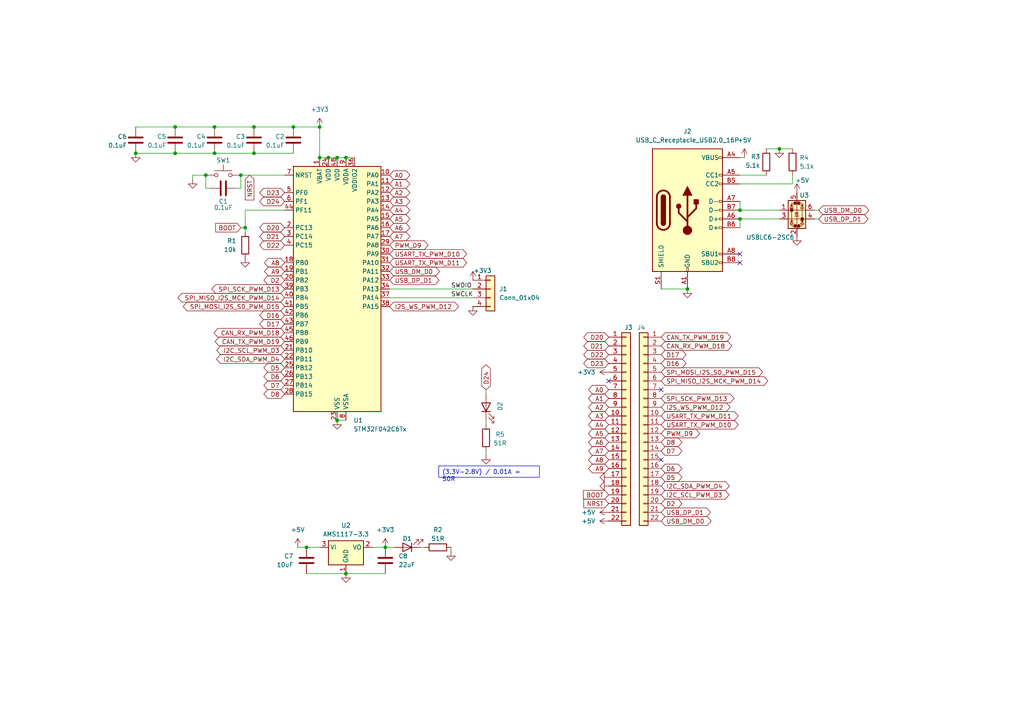
<source format=kicad_sch>
(kicad_sch (version 20231120) (generator "eeschema") (generator_version "8.0")
  (paper "A4")
  (title_block (title "Hackpill") (date "2024-08-14") (rev "1.0.0"))
  (lib_symbols
    (symbol "Connector:USB_C_Receptacle_USB2.0_16P" (pin_names (offset 1.016))
      (property "Reference" "J" (at 0 22.225 0))
      (property "Value" "USB_C_Receptacle_USB2.0_16P" (at 0 19.685 0))
      (symbol "USB_C_Receptacle_USB2.0_16P_0_0"
        (rectangle (start -0.254 -17.78) (end 0.254 -16.764))
        (rectangle (start 10.16 -14.986) (end 9.144 -15.494))
        (rectangle (start 10.16 -12.446) (end 9.144 -12.954))
        (rectangle (start 10.16 -4.826) (end 9.144 -5.334))
        (rectangle (start 10.16 -2.286) (end 9.144 -2.794))
        (rectangle (start 10.16 0.254) (end 9.144 -0.254))
        (rectangle (start 10.16 2.794) (end 9.144 2.286))
        (rectangle (start 10.16 7.874) (end 9.144 7.366))
        (rectangle (start 10.16 10.414) (end 9.144 9.906))
        (rectangle (start 10.16 15.494) (end 9.144 14.986))
      )
      (symbol "USB_C_Receptacle_USB2.0_16P_0_1"
        (rectangle (start -10.16 17.78) (end 10.16 -17.78) (stroke (width 0.254)) (fill (type background)))
        (arc (start -8.89 -3.81) (mid -6.985 -5.7067) (end -5.08 -3.81) (stroke (width 0.508)))
        (arc (start -7.62 -3.81) (mid -6.985 -4.4423) (end -6.35 -3.81) (stroke (width 0.254)))
        (arc (start -7.62 -3.81) (mid -6.985 -4.4423) (end -6.35 -3.81) (stroke (width 0.254)) (fill (type outline)))
        (rectangle (start -7.62 -3.81) (end -6.35 3.81) (stroke (width 0.254)) (fill (type outline)))
        (arc (start -6.35 3.81) (mid -6.985 4.4423) (end -7.62 3.81) (stroke (width 0.254)))
        (arc (start -6.35 3.81) (mid -6.985 4.4423) (end -7.62 3.81) (stroke (width 0.254)) (fill (type outline)))
        (arc (start -5.08 3.81) (mid -6.985 5.7067) (end -8.89 3.81) (stroke (width 0.508)))
        (circle (center -2.54 1.143) (radius 0.635) (stroke (width 0.254)) (fill (type outline)))
        (circle (center 0 -5.842) (radius 1.27) (fill (type outline)))
        (polyline (pts (xy -8.89 -3.81) (xy -8.89 3.81)) (stroke (width 0.508)))
        (polyline (pts (xy -5.08 3.81) (xy -5.08 -3.81)) (stroke (width 0.508)))
        (polyline (pts (xy 0 -5.842) (xy 0 4.318)) (stroke (width 0.508)))
        (polyline (pts (xy 0 -3.302) (xy -2.54 -0.762) (xy -2.54 0.508)) (stroke (width 0.508)))
        (polyline (pts (xy 0 -2.032) (xy 2.54 0.508) (xy 2.54 1.778)) (stroke (width 0.508)))
        (polyline (pts (xy -1.27 4.318) (xy 0 6.858) (xy 1.27 4.318) (xy -1.27 4.318)) (stroke (width 0.254)) (fill (type outline)))
        (rectangle (start 1.905 1.778) (end 3.175 3.048) (stroke (width 0.254)) (fill (type outline)))
      )
      (symbol "USB_C_Receptacle_USB2.0_16P_1_1"
        (pin passive line (at 0 -22.86 90) (length 5.08) (name "GND") (number "A1"))
        (pin passive line (at 0 -22.86 90) (length 5.08) hide (name "GND") (number "A12"))
        (pin passive line (at 15.24 15.24 180) (length 5.08) (name "VBUS") (number "A4"))
        (pin bidirectional line (at 15.24 10.16 180) (length 5.08) (name "CC1") (number "A5"))
        (pin bidirectional line (at 15.24 -2.54 180) (length 5.08) (name "D+") (number "A6"))
        (pin bidirectional line (at 15.24 2.54 180) (length 5.08) (name "D-") (number "A7"))
        (pin bidirectional line (at 15.24 -12.7 180) (length 5.08) (name "SBU1") (number "A8"))
        (pin passive line (at 15.24 15.24 180) (length 5.08) hide (name "VBUS") (number "A9"))
        (pin passive line (at 0 -22.86 90) (length 5.08) hide (name "GND") (number "B1"))
        (pin passive line (at 0 -22.86 90) (length 5.08) hide (name "GND") (number "B12"))
        (pin passive line (at 15.24 15.24 180) (length 5.08) hide (name "VBUS") (number "B4"))
        (pin bidirectional line (at 15.24 7.62 180) (length 5.08) (name "CC2") (number "B5"))
        (pin bidirectional line (at 15.24 -5.08 180) (length 5.08) (name "D+") (number "B6"))
        (pin bidirectional line (at 15.24 0 180) (length 5.08) (name "D-") (number "B7"))
        (pin bidirectional line (at 15.24 -15.24 180) (length 5.08) (name "SBU2") (number "B8"))
        (pin passive line (at 15.24 15.24 180) (length 5.08) hide (name "VBUS") (number "B9"))
        (pin passive line (at -7.62 -22.86 90) (length 5.08) (name "SHIELD") (number "S1"))
      )
    )
    (symbol "Connector_Generic:Conn_01x04" (pin_names (offset 1.016) hide)
      (property "Reference" "J" (at 0 5.08 0))
      (property "Value" "Conn_01x04" (at 0 -7.62 0))
      (symbol "Conn_01x04_1_1"
        (rectangle (start -1.27 -4.953) (end 0 -5.207) (stroke (width 0.1524)))
        (rectangle (start -1.27 -2.413) (end 0 -2.667) (stroke (width 0.1524)))
        (rectangle (start -1.27 0.127) (end 0 -0.127) (stroke (width 0.1524)))
        (rectangle (start -1.27 2.667) (end 0 2.413) (stroke (width 0.1524)))
        (rectangle (start -1.27 3.81) (end 1.27 -6.35) (stroke (width 0.254)) (fill (type background)))
        (pin passive line (at -5.08 2.54 0) (length 3.81) (name "Pin_1") (number "1"))
        (pin passive line (at -5.08 0 0) (length 3.81) (name "Pin_2") (number "2"))
        (pin passive line (at -5.08 -2.54 0) (length 3.81) (name "Pin_3") (number "3"))
        (pin passive line (at -5.08 -5.08 0) (length 3.81) (name "Pin_4") (number "4"))
      )
    )
    (symbol "Connector_Generic:Conn_01x22" (pin_names (offset 1.016) hide)
      (property "Reference" "J" (at 0 27.94 0))
      (property "Value" "Conn_01x22" (at 0 -30.48 0))
      (symbol "Conn_01x22_1_1"
        (rectangle (start -1.27 -27.813) (end 0 -28.067) (stroke (width 0.1524)))
        (rectangle (start -1.27 -25.273) (end 0 -25.527) (stroke (width 0.1524)))
        (rectangle (start -1.27 -22.733) (end 0 -22.987) (stroke (width 0.1524)))
        (rectangle (start -1.27 -20.193) (end 0 -20.447) (stroke (width 0.1524)))
        (rectangle (start -1.27 -17.653) (end 0 -17.907) (stroke (width 0.1524)))
        (rectangle (start -1.27 -15.113) (end 0 -15.367) (stroke (width 0.1524)))
        (rectangle (start -1.27 -12.573) (end 0 -12.827) (stroke (width 0.1524)))
        (rectangle (start -1.27 -10.033) (end 0 -10.287) (stroke (width 0.1524)))
        (rectangle (start -1.27 -7.493) (end 0 -7.747) (stroke (width 0.1524)))
        (rectangle (start -1.27 -4.953) (end 0 -5.207) (stroke (width 0.1524)))
        (rectangle (start -1.27 -2.413) (end 0 -2.667) (stroke (width 0.1524)))
        (rectangle (start -1.27 0.127) (end 0 -0.127) (stroke (width 0.1524)))
        (rectangle (start -1.27 2.667) (end 0 2.413) (stroke (width 0.1524)))
        (rectangle (start -1.27 5.207) (end 0 4.953) (stroke (width 0.1524)))
        (rectangle (start -1.27 7.747) (end 0 7.493) (stroke (width 0.1524)))
        (rectangle (start -1.27 10.287) (end 0 10.033) (stroke (width 0.1524)))
        (rectangle (start -1.27 12.827) (end 0 12.573) (stroke (width 0.1524)))
        (rectangle (start -1.27 15.367) (end 0 15.113) (stroke (width 0.1524)))
        (rectangle (start -1.27 17.907) (end 0 17.653) (stroke (width 0.1524)))
        (rectangle (start -1.27 20.447) (end 0 20.193) (stroke (width 0.1524)))
        (rectangle (start -1.27 22.987) (end 0 22.733) (stroke (width 0.1524)))
        (rectangle (start -1.27 25.527) (end 0 25.273) (stroke (width 0.1524)))
        (rectangle (start -1.27 26.67) (end 1.27 -29.21) (stroke (width 0.254)) (fill (type background)))
        (pin passive line (at -5.08 25.4 0) (length 3.81) (name "Pin_1") (number "1"))
        (pin passive line (at -5.08 2.54 0) (length 3.81) (name "Pin_10") (number "10"))
        (pin passive line (at -5.08 0 0) (length 3.81) (name "Pin_11") (number "11"))
        (pin passive line (at -5.08 -2.54 0) (length 3.81) (name "Pin_12") (number "12"))
        (pin passive line (at -5.08 -5.08 0) (length 3.81) (name "Pin_13") (number "13"))
        (pin passive line (at -5.08 -7.62 0) (length 3.81) (name "Pin_14") (number "14"))
        (pin passive line (at -5.08 -10.16 0) (length 3.81) (name "Pin_15") (number "15"))
        (pin passive line (at -5.08 -12.7 0) (length 3.81) (name "Pin_16") (number "16"))
        (pin passive line (at -5.08 -15.24 0) (length 3.81) (name "Pin_17") (number "17"))
        (pin passive line (at -5.08 -17.78 0) (length 3.81) (name "Pin_18") (number "18"))
        (pin passive line (at -5.08 -20.32 0) (length 3.81) (name "Pin_19") (number "19"))
        (pin passive line (at -5.08 22.86 0) (length 3.81) (name "Pin_2") (number "2"))
        (pin passive line (at -5.08 -22.86 0) (length 3.81) (name "Pin_20") (number "20"))
        (pin passive line (at -5.08 -25.4 0) (length 3.81) (name "Pin_21") (number "21"))
        (pin passive line (at -5.08 -27.94 0) (length 3.81) (name "Pin_22") (number "22"))
        (pin passive line (at -5.08 20.32 0) (length 3.81) (name "Pin_3") (number "3"))
        (pin passive line (at -5.08 17.78 0) (length 3.81) (name "Pin_4") (number "4"))
        (pin passive line (at -5.08 15.24 0) (length 3.81) (name "Pin_5") (number "5"))
        (pin passive line (at -5.08 12.7 0) (length 3.81) (name "Pin_6") (number "6"))
        (pin passive line (at -5.08 10.16 0) (length 3.81) (name "Pin_7") (number "7"))
        (pin passive line (at -5.08 7.62 0) (length 3.81) (name "Pin_8") (number "8"))
        (pin passive line (at -5.08 5.08 0) (length 3.81) (name "Pin_9") (number "9"))
      )
    )
    (symbol "Device:C" (pin_numbers hide) (pin_names (offset 0.254))
      (property "Reference" "C" (at 0.635 2.54 0))
      (property "Value" "C" (at 0.635 -2.54 0))
      (symbol "C_0_1"
        (polyline (pts (xy -2.032 -0.762) (xy 2.032 -0.762)) (stroke (width 0.508)))
        (polyline (pts (xy -2.032 0.762) (xy 2.032 0.762)) (stroke (width 0.508)))
      )
      (symbol "C_1_1"
        (pin passive line (at 0 3.81 270) (length 2.794) (name "~") (number "1"))
        (pin passive line (at 0 -3.81 90) (length 2.794) (name "~") (number "2"))
      )
    )
    (symbol "Device:LED" (pin_numbers hide) (pin_names (offset 1.016) hide)
      (property "Reference" "D" (at 0 2.54 0))
      (property "Value" "LED" (at 0 -2.54 0))
      (symbol "LED_0_1"
        (polyline (pts (xy -1.27 -1.27) (xy -1.27 1.27)) (stroke (width 0.254)))
        (polyline (pts (xy -1.27 0) (xy 1.27 0)))
        (polyline (pts (xy 1.27 -1.27) (xy 1.27 1.27) (xy -1.27 0) (xy 1.27 -1.27)) (stroke (width 0.254)))
        (polyline (pts (xy -3.048 -0.762) (xy -4.572 -2.286) (xy -3.81 -2.286) (xy -4.572 -2.286) (xy -4.572 -1.524)))
        (polyline (pts (xy -1.778 -0.762) (xy -3.302 -2.286) (xy -2.54 -2.286) (xy -3.302 -2.286) (xy -3.302 -1.524)))
      )
      (symbol "LED_1_1"
        (pin passive line (at -3.81 0 0) (length 2.54) (name "K") (number "1"))
        (pin passive line (at 3.81 0 180) (length 2.54) (name "A") (number "2"))
      )
    )
    (symbol "Device:R" (pin_numbers hide) (pin_names (offset 0))
      (property "Reference" "R" (at 2.032 0 90))
      (property "Value" "R" (at 0 0 90))
      (symbol "R_0_1"
        (rectangle (start -1.016 -2.54) (end 1.016 2.54) (stroke (width 0.254)))
      )
      (symbol "R_1_1"
        (pin passive line (at 0 3.81 270) (length 1.27) (name "~") (number "1"))
        (pin passive line (at 0 -3.81 90) (length 1.27) (name "~") (number "2"))
      )
    )
    (symbol "MCU_ST_STM32F0:STM32F042C6Tx"
      (property "Reference" "U" (at -12.7 36.83 0))
      (property "Value" "STM32F042C6Tx" (at 7.62 36.83 0))
      (symbol "STM32F042C6Tx_0_1"
        (rectangle (start -12.7 -35.56) (end 12.7 35.56) (stroke (width 0.254)) (fill (type background)))
      )
      (symbol "STM32F042C6Tx_1_1"
        (pin power_in line (at -5.08 38.1 270) (length 2.54) (name "VBAT") (number "1"))
        (pin bidirectional line (at 15.24 33.02 180) (length 2.54) (name "PA0") (number "10"))
        (pin bidirectional line (at 15.24 30.48 180) (length 2.54) (name "PA1") (number "11"))
        (pin bidirectional line (at 15.24 27.94 180) (length 2.54) (name "PA2") (number "12"))
        (pin bidirectional line (at 15.24 25.4 180) (length 2.54) (name "PA3") (number "13"))
        (pin bidirectional line (at 15.24 22.86 180) (length 2.54) (name "PA4") (number "14"))
        (pin bidirectional line (at 15.24 20.32 180) (length 2.54) (name "PA5") (number "15"))
        (pin bidirectional line (at 15.24 17.78 180) (length 2.54) (name "PA6") (number "16"))
        (pin bidirectional line (at 15.24 15.24 180) (length 2.54) (name "PA7") (number "17"))
        (pin bidirectional line (at -15.24 7.62 0) (length 2.54) (name "PB0") (number "18"))
        (pin bidirectional line (at -15.24 5.08 0) (length 2.54) (name "PB1") (number "19"))
        (pin bidirectional line (at -15.24 17.78 0) (length 2.54) (name "PC13") (number "2"))
        (pin bidirectional line (at -15.24 2.54 0) (length 2.54) (name "PB2") (number "20"))
        (pin bidirectional line (at -15.24 -17.78 0) (length 2.54) (name "PB10") (number "21"))
        (pin bidirectional line (at -15.24 -20.32 0) (length 2.54) (name "PB11") (number "22"))
        (pin power_in line (at 0 -38.1 90) (length 2.54) (name "VSS") (number "23"))
        (pin power_in line (at -2.54 38.1 270) (length 2.54) (name "VDD") (number "24"))
        (pin bidirectional line (at -15.24 -22.86 0) (length 2.54) (name "PB12") (number "25"))
        (pin bidirectional line (at -15.24 -25.4 0) (length 2.54) (name "PB13") (number "26"))
        (pin bidirectional line (at -15.24 -27.94 0) (length 2.54) (name "PB14") (number "27"))
        (pin bidirectional line (at -15.24 -30.48 0) (length 2.54) (name "PB15") (number "28"))
        (pin bidirectional line (at 15.24 12.7 180) (length 2.54) (name "PA8") (number "29"))
        (pin bidirectional line (at -15.24 15.24 0) (length 2.54) (name "PC14") (number "3"))
        (pin bidirectional line (at 15.24 10.16 180) (length 2.54) (name "PA9") (number "30"))
        (pin bidirectional line (at 15.24 7.62 180) (length 2.54) (name "PA10") (number "31"))
        (pin bidirectional line (at 15.24 5.08 180) (length 2.54) (name "PA11") (number "32"))
        (pin bidirectional line (at 15.24 2.54 180) (length 2.54) (name "PA12") (number "33"))
        (pin bidirectional line (at 15.24 0 180) (length 2.54) (name "PA13") (number "34"))
        (pin passive line (at 0 -38.1 90) (length 2.54) hide (name "VSS") (number "35"))
        (pin power_in line (at 5.08 38.1 270) (length 2.54) (name "VDDIO2") (number "36"))
        (pin bidirectional line (at 15.24 -2.54 180) (length 2.54) (name "PA14") (number "37"))
        (pin bidirectional line (at 15.24 -5.08 180) (length 2.54) (name "PA15") (number "38"))
        (pin bidirectional line (at -15.24 0 0) (length 2.54) (name "PB3") (number "39"))
        (pin bidirectional line (at -15.24 12.7 0) (length 2.54) (name "PC15") (number "4"))
        (pin bidirectional line (at -15.24 -2.54 0) (length 2.54) (name "PB4") (number "40"))
        (pin bidirectional line (at -15.24 -5.08 0) (length 2.54) (name "PB5") (number "41"))
        (pin bidirectional line (at -15.24 -7.62 0) (length 2.54) (name "PB6") (number "42"))
        (pin bidirectional line (at -15.24 -10.16 0) (length 2.54) (name "PB7") (number "43"))
        (pin bidirectional line (at -15.24 22.86 0) (length 2.54) (name "PF11") (number "44"))
        (pin bidirectional line (at -15.24 -12.7 0) (length 2.54) (name "PB8") (number "45"))
        (pin bidirectional line (at -15.24 -15.24 0) (length 2.54) (name "PB9") (number "46"))
        (pin passive line (at 0 -38.1 90) (length 2.54) hide (name "VSS") (number "47"))
        (pin power_in line (at 0 38.1 270) (length 2.54) (name "VDD") (number "48"))
        (pin bidirectional line (at -15.24 27.94 0) (length 2.54) (name "PF0") (number "5"))
        (pin bidirectional line (at -15.24 25.4 0) (length 2.54) (name "PF1") (number "6"))
        (pin input line (at -15.24 33.02 0) (length 2.54) (name "NRST") (number "7"))
        (pin power_in line (at 2.54 -38.1 90) (length 2.54) (name "VSSA") (number "8"))
        (pin power_in line (at 2.54 38.1 270) (length 2.54) (name "VDDA") (number "9"))
      )
    )
    (symbol "Power_Protection:USBLC6-2SC6" (pin_names hide)
      (property "Reference" "U" (at 0.635 5.715 0))
      (property "Value" "USBLC6-2SC6" (at 0.635 3.81 0))
      (symbol "USBLC6-2SC6_0_0"
        (circle (center -1.524 0) (radius 0.0001) (stroke (width 0.508)))
        (circle (center -0.508 -4.572) (radius 0.0001) (stroke (width 0.508)))
        (circle (center -0.508 2.032) (radius 0.0001) (stroke (width 0.508)))
        (circle (center 0.508 -4.572) (radius 0.0001) (stroke (width 0.508)))
        (circle (center 0.508 2.032) (radius 0.0001) (stroke (width 0.508)))
        (circle (center 1.524 -2.54) (radius 0.0001) (stroke (width 0.508)))
      )
      (symbol "USBLC6-2SC6_0_1"
        (polyline (pts (xy -2.54 -2.54) (xy 2.54 -2.54)))
        (polyline (pts (xy -2.54 0) (xy 2.54 0)))
        (polyline (pts (xy -2.032 -3.048) (xy -1.016 -3.048)))
        (polyline (pts (xy -1.016 1.524) (xy -2.032 1.524)))
        (polyline (pts (xy 1.016 -3.048) (xy 2.032 -3.048)))
        (polyline (pts (xy 1.016 1.524) (xy 2.032 1.524)))
        (polyline (pts (xy -0.508 -1.143) (xy -0.508 -0.762) (xy 0.508 -0.762)))
        (polyline (pts (xy -2.032 0.508) (xy -1.016 0.508) (xy -1.524 1.524) (xy -2.032 0.508)))
        (polyline (pts (xy -1.016 -4.064) (xy -2.032 -4.064) (xy -1.524 -3.048) (xy -1.016 -4.064)))
        (polyline (pts (xy 0.508 -1.778) (xy -0.508 -1.778) (xy 0 -0.762) (xy 0.508 -1.778)))
        (polyline (pts (xy 2.032 -4.064) (xy 1.016 -4.064) (xy 1.524 -3.048) (xy 2.032 -4.064)))
        (polyline (pts (xy 2.032 0.508) (xy 1.016 0.508) (xy 1.524 1.524) (xy 2.032 0.508)))
        (polyline (pts (xy 0 2.54) (xy -0.508 2.032) (xy 0.508 2.032) (xy 0 1.524) (xy 0 -4.064) (xy -0.508 -4.572) (xy 0.508 -4.572) (xy 0 -5.08)))
      )
      (symbol "USBLC6-2SC6_1_1"
        (rectangle (start -2.54 2.794) (end 2.54 -5.334) (stroke (width 0.254)) (fill (type background)))
        (polyline (pts (xy -0.508 2.032) (xy -1.524 2.032) (xy -1.524 -4.572) (xy -0.508 -4.572)))
        (polyline (pts (xy 0.508 -4.572) (xy 1.524 -4.572) (xy 1.524 2.032) (xy 0.508 2.032)))
        (pin passive line (at -5.08 0 0) (length 2.54) (name "I/O1") (number "1"))
        (pin passive line (at 0 -7.62 90) (length 2.54) (name "GND") (number "2"))
        (pin passive line (at -5.08 -2.54 0) (length 2.54) (name "I/O2") (number "3"))
        (pin passive line (at 5.08 -2.54 180) (length 2.54) (name "I/O2") (number "4"))
        (pin passive line (at 0 5.08 270) (length 2.54) (name "VBUS") (number "5"))
        (pin passive line (at 5.08 0 180) (length 2.54) (name "I/O1") (number "6"))
      )
    )
    (symbol "Regulator_Linear:AMS1117-3.3"
      (property "Reference" "U" (at -3.81 3.175 0))
      (property "Value" "AMS1117-3.3" (at 0 3.175 0))
      (symbol "AMS1117-3.3_0_1"
        (rectangle (start -5.08 -5.08) (end 5.08 1.905) (stroke (width 0.254)) (fill (type background)))
      )
      (symbol "AMS1117-3.3_1_1"
        (pin power_in line (at 0 -7.62 90) (length 2.54) (name "GND") (number "1"))
        (pin power_out line (at 7.62 0 180) (length 2.54) (name "VO") (number "2"))
        (pin power_in line (at -7.62 0 0) (length 2.54) (name "VI") (number "3"))
      )
    )
    (symbol "Switch:SW_Push" (pin_numbers hide) (pin_names (offset 1.016) hide)
      (property "Reference" "SW" (at 1.27 2.54 0))
      (property "Value" "SW_Push" (at 0 -1.524 0))
      (symbol "SW_Push_0_1"
        (circle (center -2.032 0) (radius 0.508))
        (polyline (pts (xy 0 1.27) (xy 0 3.048)))
        (polyline (pts (xy 2.54 1.27) (xy -2.54 1.27)))
        (circle (center 2.032 0) (radius 0.508))
        (pin passive line (at -5.08 0 0) (length 2.54) (name "1") (number "1"))
        (pin passive line (at 5.08 0 180) (length 2.54) (name "2") (number "2"))
      )
    )
    (symbol "power:+3V3" (power) (pin_numbers hide) (pin_names (offset 0) hide)
      (property "Value" "+3V3" (at 0 3.556 0))
      (symbol "+3V3_0_1"
        (polyline (pts (xy -0.762 1.27) (xy 0 2.54)))
        (polyline (pts (xy 0 0) (xy 0 2.54)))
        (polyline (pts (xy 0 2.54) (xy 0.762 1.27)))
      )
      (symbol "+3V3_1_1"
        (pin power_in line (at 0 0 90) (length 0) (name "~") (number "1"))
      )
    )
    (symbol "power:+5V" (power) (pin_numbers hide) (pin_names (offset 0) hide)
      (property "Value" "+5V" (at 0 3.556 0))
      (symbol "+5V_0_1"
        (polyline (pts (xy -0.762 1.27) (xy 0 2.54)))
        (polyline (pts (xy 0 0) (xy 0 2.54)))
        (polyline (pts (xy 0 2.54) (xy 0.762 1.27)))
      )
      (symbol "+5V_1_1"
        (pin power_in line (at 0 0 90) (length 0) (name "~") (number "1"))
      )
    )
    (symbol "power:GND" (power) (pin_numbers hide) (pin_names (offset 0) hide)
      (property "Value" "GND" (at 0 -3.81 0))
      (symbol "GND_0_1"
        (polyline (pts (xy 0 0) (xy 0 -1.27) (xy 1.27 -1.27) (xy 0 -2.54) (xy -1.27 -1.27) (xy 0 -1.27)))
      )
      (symbol "GND_1_1"
        (pin power_in line (at 0 0 270) (length 0) (name "~") (number "1"))
      )
    )
  )
  (junction (at 199.39 83.82))
  (junction (at 100.33 45.72))
  (junction (at 226.06 43.18))
  (junction (at 71.12 66.04))
  (junction (at 111.76 158.75))
  (junction (at 95.25 45.72))
  (junction (at 39.37 44.45))
  (junction (at 50.8 36.83))
  (junction (at 92.71 45.72))
  (junction (at 85.09 36.83))
  (junction (at 97.79 121.92))
  (junction (at 214.63 63.5))
  (junction (at 69.85 50.8))
  (junction (at 100.33 166.37))
  (junction (at 62.23 44.45))
  (junction (at 88.9 158.75))
  (junction (at 50.8 44.45))
  (junction (at 73.66 36.83))
  (junction (at 92.71 36.83))
  (junction (at 73.66 44.45))
  (junction (at 59.69 50.8))
  (junction (at 62.23 36.83))
  (junction (at 214.63 60.96))
  (junction (at 97.79 45.72))
  (no_connect (at 191.77 133.35))
  (no_connect (at 176.53 110.49))
  (no_connect (at 214.63 76.2))
  (no_connect (at 191.77 113.03))
  (no_connect (at 214.63 73.66))
  (wire (pts (xy 59.69 50.8) (xy 59.69 54.61)))
  (wire (pts (xy 71.12 60.96) (xy 71.12 66.04)))
  (wire (pts (xy 71.12 66.04) (xy 71.12 67.31)))
  (wire (pts (xy 229.87 53.34) (xy 214.63 53.34)))
  (wire (pts (xy 140.97 121.92) (xy 140.97 123.19)))
  (wire (pts (xy 50.8 44.45) (xy 39.37 44.45)))
  (wire (pts (xy 236.22 60.96) (xy 237.49 60.96)))
  (wire (pts (xy 214.63 60.96) (xy 214.63 58.42)))
  (wire (pts (xy 226.06 43.18) (xy 229.87 43.18)))
  (wire (pts (xy 86.36 158.75) (xy 88.9 158.75)))
  (wire (pts (xy 237.49 63.5) (xy 236.22 63.5)))
  (wire (pts (xy 191.77 83.82) (xy 199.39 83.82)))
  (wire (pts (xy 92.71 36.83) (xy 85.09 36.83)))
  (wire (pts (xy 113.03 83.82) (xy 137.16 83.82)))
  (wire (pts (xy 55.88 50.8) (xy 55.88 52.07)))
  (wire (pts (xy 73.66 44.45) (xy 62.23 44.45)))
  (wire (pts (xy 88.9 158.75) (xy 92.71 158.75)))
  (wire (pts (xy 140.97 113.03) (xy 140.97 114.3)))
  (wire (pts (xy 62.23 44.45) (xy 50.8 44.45)))
  (wire (pts (xy 100.33 45.72) (xy 102.87 45.72)))
  (wire (pts (xy 214.63 45.72) (xy 215.9 45.72)))
  (wire (pts (xy 62.23 36.83) (xy 50.8 36.83)))
  (wire (pts (xy 113.03 86.36) (xy 137.16 86.36)))
  (wire (pts (xy 69.85 50.8) (xy 69.85 54.61)))
  (wire (pts (xy 100.33 166.37) (xy 88.9 166.37)))
  (wire (pts (xy 59.69 50.8) (xy 55.88 50.8)))
  (wire (pts (xy 111.76 158.75) (xy 114.3 158.75)))
  (wire (pts (xy 71.12 60.96) (xy 82.55 60.96)))
  (wire (pts (xy 226.06 60.96) (xy 214.63 60.96)))
  (wire (pts (xy 140.97 130.81) (xy 140.97 132.08)))
  (wire (pts (xy 111.76 166.37) (xy 100.33 166.37)))
  (wire (pts (xy 85.09 36.83) (xy 73.66 36.83)))
  (wire (pts (xy 214.63 50.8) (xy 222.25 50.8)))
  (wire (pts (xy 121.92 158.75) (xy 123.19 158.75)))
  (wire (pts (xy 68.58 54.61) (xy 69.85 54.61)))
  (wire (pts (xy 73.66 36.83) (xy 62.23 36.83)))
  (wire (pts (xy 97.79 45.72) (xy 100.33 45.72)))
  (wire (pts (xy 107.95 158.75) (xy 111.76 158.75)))
  (wire (pts (xy 130.81 160.02) (xy 130.81 158.75)))
  (wire (pts (xy 97.79 121.92) (xy 100.33 121.92)))
  (wire (pts (xy 50.8 36.83) (xy 39.37 36.83)))
  (wire (pts (xy 92.71 45.72) (xy 92.71 36.83)))
  (wire (pts (xy 229.87 50.8) (xy 229.87 53.34)))
  (wire (pts (xy 69.85 50.8) (xy 82.55 50.8)))
  (wire (pts (xy 222.25 43.18) (xy 226.06 43.18)))
  (wire (pts (xy 60.96 54.61) (xy 59.69 54.61)))
  (wire (pts (xy 73.66 44.45) (xy 85.09 44.45)))
  (wire (pts (xy 95.25 45.72) (xy 97.79 45.72)))
  (wire (pts (xy 214.63 66.04) (xy 214.63 63.5)))
  (wire (pts (xy 214.63 63.5) (xy 226.06 63.5)))
  (wire (pts (xy 92.71 45.72) (xy 95.25 45.72)))
  (wire (pts (xy 69.85 66.04) (xy 71.12 66.04)))
  (text_box "(3.3V-2.8V) / 0.01A = 50R" (at 127.254 135.128 0) (size 29.21 3.302) (effects (font (size 1.27 1.27)) (justify left top)))
  (label "SWDIO" (at 130.81 83.82 0))
  (label "SWCLK" (at 130.81 86.36 0))
  (global_label "SPI_MISO_I2S_MCK_PWM_D14" (shape bidirectional) (at 82.55 86.36 180) (property "Intersheetrefs" "${INTERSHEET_REFS}" (effects (hide yes))))
  (global_label "A4" (shape bidirectional) (at 176.53 123.19 180) (property "Intersheetrefs" "${INTERSHEET_REFS}" (effects (hide yes))))
  (global_label "BOOT" (shape input) (at 69.85 66.04 180) (property "Intersheetrefs" "${INTERSHEET_REFS}" (effects (hide yes))))
  (global_label "I2C_SCL_PWM_D3" (shape bidirectional) (at 82.55 101.6 180) (property "Intersheetrefs" "${INTERSHEET_REFS}" (effects (hide yes))))
  (global_label "USB_DM_D0" (shape bidirectional) (at 191.77 151.13 0) (property "Intersheetrefs" "${INTERSHEET_REFS}" (effects (hide yes))))
  (global_label "USB_DP_D1" (shape bidirectional) (at 113.03 81.28 0) (property "Intersheetrefs" "${INTERSHEET_REFS}" (effects (hide yes))))
  (global_label "D22" (shape bidirectional) (at 176.53 102.87 180) (property "Intersheetrefs" "${INTERSHEET_REFS}" (effects (hide yes))))
  (global_label "CAN_RX_PWM_D18" (shape bidirectional) (at 191.77 100.33 0) (property "Intersheetrefs" "${INTERSHEET_REFS}" (effects (hide yes))))
  (global_label "A1" (shape bidirectional) (at 113.03 53.34 0) (property "Intersheetrefs" "${INTERSHEET_REFS}" (effects (hide yes))))
  (global_label "D5" (shape bidirectional) (at 82.55 106.68 180) (property "Intersheetrefs" "${INTERSHEET_REFS}" (effects (hide yes))))
  (global_label "D7" (shape bidirectional) (at 82.55 111.76 180) (property "Intersheetrefs" "${INTERSHEET_REFS}" (effects (hide yes))))
  (global_label "A8" (shape bidirectional) (at 176.53 133.35 180) (property "Intersheetrefs" "${INTERSHEET_REFS}" (effects (hide yes))))
  (global_label "USB_DP_D1" (shape bidirectional) (at 237.49 63.5 0) (property "Intersheetrefs" "${INTERSHEET_REFS}" (effects (hide yes))))
  (global_label "I2C_SDA_PWM_D4" (shape bidirectional) (at 82.55 104.14 180) (property "Intersheetrefs" "${INTERSHEET_REFS}" (effects (hide yes))))
  (global_label "D16" (shape bidirectional) (at 82.55 91.44 180) (property "Intersheetrefs" "${INTERSHEET_REFS}" (effects (hide yes))))
  (global_label "A6" (shape bidirectional) (at 176.53 128.27 180) (property "Intersheetrefs" "${INTERSHEET_REFS}" (effects (hide yes))))
  (global_label "A3" (shape bidirectional) (at 113.03 58.42 0) (property "Intersheetrefs" "${INTERSHEET_REFS}" (effects (hide yes))))
  (global_label "A5" (shape bidirectional) (at 176.53 125.73 180) (property "Intersheetrefs" "${INTERSHEET_REFS}" (effects (hide yes))))
  (global_label "D8" (shape bidirectional) (at 82.55 114.3 180) (property "Intersheetrefs" "${INTERSHEET_REFS}" (effects (hide yes))))
  (global_label "D2" (shape bidirectional) (at 191.77 146.05 0) (property "Intersheetrefs" "${INTERSHEET_REFS}" (effects (hide yes))))
  (global_label "SPI_MISO_I2S_MCK_PWM_D14" (shape bidirectional) (at 191.77 110.49 0) (property "Intersheetrefs" "${INTERSHEET_REFS}" (effects (hide yes))))
  (global_label "D6" (shape bidirectional) (at 191.77 135.89 0) (property "Intersheetrefs" "${INTERSHEET_REFS}" (effects (hide yes))))
  (global_label "D21" (shape bidirectional) (at 82.55 68.58 180) (property "Intersheetrefs" "${INTERSHEET_REFS}" (effects (hide yes))))
  (global_label "NRST" (shape input) (at 176.53 146.05 180) (property "Intersheetrefs" "${INTERSHEET_REFS}" (effects (hide yes))))
  (global_label "A3" (shape bidirectional) (at 176.53 120.65 180) (property "Intersheetrefs" "${INTERSHEET_REFS}" (effects (hide yes))))
  (global_label "A1" (shape bidirectional) (at 176.53 115.57 180) (property "Intersheetrefs" "${INTERSHEET_REFS}" (effects (hide yes))))
  (global_label "D24" (shape bidirectional) (at 82.55 58.42 180) (property "Intersheetrefs" "${INTERSHEET_REFS}" (effects (hide yes))))
  (global_label "PWM_D9" (shape bidirectional) (at 113.03 71.12 0) (property "Intersheetrefs" "${INTERSHEET_REFS}" (effects (hide yes))))
  (global_label "A7" (shape bidirectional) (at 113.03 68.58 0) (property "Intersheetrefs" "${INTERSHEET_REFS}" (effects (hide yes))))
  (global_label "A9" (shape bidirectional) (at 176.53 135.89 180) (property "Intersheetrefs" "${INTERSHEET_REFS}" (effects (hide yes))))
  (global_label "D6" (shape bidirectional) (at 82.55 109.22 180) (property "Intersheetrefs" "${INTERSHEET_REFS}" (effects (hide yes))))
  (global_label "USB_DP_D1" (shape bidirectional) (at 191.77 148.59 0) (property "Intersheetrefs" "${INTERSHEET_REFS}" (effects (hide yes))))
  (global_label "D20" (shape bidirectional) (at 176.53 97.79 180) (property "Intersheetrefs" "${INTERSHEET_REFS}" (effects (hide yes))))
  (global_label "D23" (shape bidirectional) (at 176.53 105.41 180) (property "Intersheetrefs" "${INTERSHEET_REFS}" (effects (hide yes))))
  (global_label "CAN_TX_PWM_D19" (shape bidirectional) (at 191.77 97.79 0) (property "Intersheetrefs" "${INTERSHEET_REFS}" (effects (hide yes))))
  (global_label "USB_DM_D0" (shape bidirectional) (at 237.49 60.96 0) (property "Intersheetrefs" "${INTERSHEET_REFS}" (effects (hide yes))))
  (global_label "SPI_MOSI_I2S_SD_PWM_D15" (shape bidirectional) (at 191.77 107.95 0) (property "Intersheetrefs" "${INTERSHEET_REFS}" (effects (hide yes))))
  (global_label "NRST" (shape input) (at 72.39 50.8 270) (property "Intersheetrefs" "${INTERSHEET_REFS}" (effects (hide yes))))
  (global_label "SPI_MOSI_I2S_SD_PWM_D15" (shape bidirectional) (at 82.55 88.9 180) (property "Intersheetrefs" "${INTERSHEET_REFS}" (effects (hide yes))))
  (global_label "USART_TX_PWM_D11" (shape bidirectional) (at 113.03 76.2 0) (property "Intersheetrefs" "${INTERSHEET_REFS}" (effects (hide yes))))
  (global_label "D21" (shape bidirectional) (at 176.53 100.33 180) (property "Intersheetrefs" "${INTERSHEET_REFS}" (effects (hide yes))))
  (global_label "D7" (shape bidirectional) (at 191.77 130.81 0) (property "Intersheetrefs" "${INTERSHEET_REFS}" (effects (hide yes))))
  (global_label "A7" (shape bidirectional) (at 176.53 130.81 180) (property "Intersheetrefs" "${INTERSHEET_REFS}" (effects (hide yes))))
  (global_label "PWM_D9" (shape bidirectional) (at 191.77 125.73 0) (property "Intersheetrefs" "${INTERSHEET_REFS}" (effects (hide yes))))
  (global_label "SPI_SCK_PWM_D13" (shape bidirectional) (at 191.77 115.57 0) (property "Intersheetrefs" "${INTERSHEET_REFS}" (effects (hide yes))))
  (global_label "CAN_RX_PWM_D18" (shape bidirectional) (at 82.55 96.52 180) (property "Intersheetrefs" "${INTERSHEET_REFS}" (effects (hide yes))))
  (global_label "A0" (shape bidirectional) (at 176.53 113.03 180) (property "Intersheetrefs" "${INTERSHEET_REFS}" (effects (hide yes))))
  (global_label "D23" (shape bidirectional) (at 82.55 55.88 180) (property "Intersheetrefs" "${INTERSHEET_REFS}" (effects (hide yes))))
  (global_label "D22" (shape bidirectional) (at 82.55 71.12 180) (property "Intersheetrefs" "${INTERSHEET_REFS}" (effects (hide yes))))
  (global_label "USART_TX_PWM_D10" (shape bidirectional) (at 113.03 73.66 0) (property "Intersheetrefs" "${INTERSHEET_REFS}" (effects (hide yes))))
  (global_label "D5" (shape bidirectional) (at 191.77 138.43 0) (property "Intersheetrefs" "${INTERSHEET_REFS}" (effects (hide yes))))
  (global_label "D24" (shape bidirectional) (at 140.97 113.03 90) (property "Intersheetrefs" "${INTERSHEET_REFS}" (effects (hide yes))))
  (global_label "A4" (shape bidirectional) (at 113.03 60.96 0) (property "Intersheetrefs" "${INTERSHEET_REFS}" (effects (hide yes))))
  (global_label "D8" (shape bidirectional) (at 191.77 128.27 0) (property "Intersheetrefs" "${INTERSHEET_REFS}" (effects (hide yes))))
  (global_label "A0" (shape bidirectional) (at 113.03 50.8 0) (property "Intersheetrefs" "${INTERSHEET_REFS}" (effects (hide yes))))
  (global_label "USB_DM_D0" (shape bidirectional) (at 113.03 78.74 0) (property "Intersheetrefs" "${INTERSHEET_REFS}" (effects (hide yes))))
  (global_label "D2" (shape bidirectional) (at 82.55 81.28 180) (property "Intersheetrefs" "${INTERSHEET_REFS}" (effects (hide yes))))
  (global_label "A8" (shape bidirectional) (at 82.55 76.2 180) (property "Intersheetrefs" "${INTERSHEET_REFS}" (effects (hide yes))))
  (global_label "I2S_WS_PWM_D12" (shape bidirectional) (at 113.03 88.9 0) (property "Intersheetrefs" "${INTERSHEET_REFS}" (effects (hide yes))))
  (global_label "A6" (shape bidirectional) (at 113.03 66.04 0) (property "Intersheetrefs" "${INTERSHEET_REFS}" (effects (hide yes))))
  (global_label "D17" (shape bidirectional) (at 82.55 93.98 180) (property "Intersheetrefs" "${INTERSHEET_REFS}" (effects (hide yes))))
  (global_label "I2C_SDA_PWM_D4" (shape bidirectional) (at 191.77 140.97 0) (property "Intersheetrefs" "${INTERSHEET_REFS}" (effects (hide yes))))
  (global_label "USART_TX_PWM_D11" (shape bidirectional) (at 191.77 120.65 0) (property "Intersheetrefs" "${INTERSHEET_REFS}" (effects (hide yes))))
  (global_label "A5" (shape bidirectional) (at 113.03 63.5 0) (property "Intersheetrefs" "${INTERSHEET_REFS}" (effects (hide yes))))
  (global_label "A9" (shape bidirectional) (at 82.55 78.74 180) (property "Intersheetrefs" "${INTERSHEET_REFS}" (effects (hide yes))))
  (global_label "BOOT" (shape input) (at 176.53 143.51 180) (property "Intersheetrefs" "${INTERSHEET_REFS}" (effects (hide yes))))
  (global_label "A2" (shape bidirectional) (at 113.03 55.88 0) (property "Intersheetrefs" "${INTERSHEET_REFS}" (effects (hide yes))))
  (global_label "D20" (shape bidirectional) (at 82.55 66.04 180) (property "Intersheetrefs" "${INTERSHEET_REFS}" (effects (hide yes))))
  (global_label "D16" (shape bidirectional) (at 191.77 105.41 0) (property "Intersheetrefs" "${INTERSHEET_REFS}" (effects (hide yes))))
  (global_label "I2C_SCL_PWM_D3" (shape bidirectional) (at 191.77 143.51 0) (property "Intersheetrefs" "${INTERSHEET_REFS}" (effects (hide yes))))
  (global_label "SPI_SCK_PWM_D13" (shape bidirectional) (at 82.55 83.82 180) (property "Intersheetrefs" "${INTERSHEET_REFS}" (effects (hide yes))))
  (global_label "USART_TX_PWM_D10" (shape bidirectional) (at 191.77 123.19 0) (property "Intersheetrefs" "${INTERSHEET_REFS}" (effects (hide yes))))
  (global_label "I2S_WS_PWM_D12" (shape bidirectional) (at 191.77 118.11 0) (property "Intersheetrefs" "${INTERSHEET_REFS}" (effects (hide yes))))
  (global_label "D17" (shape bidirectional) (at 191.77 102.87 0) (property "Intersheetrefs" "${INTERSHEET_REFS}" (effects (hide yes))))
  (global_label "A2" (shape bidirectional) (at 176.53 118.11 180) (property "Intersheetrefs" "${INTERSHEET_REFS}" (effects (hide yes))))
  (global_label "CAN_TX_PWM_D19" (shape bidirectional) (at 82.55 99.06 180) (property "Intersheetrefs" "${INTERSHEET_REFS}" (effects (hide yes))))
  (symbol (lib_id "power:GND") (at 176.53 140.97 270) (mirror x) (unit 1)
    (property "Reference" "#PWR022" (effects (hide yes)))
    (property "Value" "GND" (effects (hide yes)))
    (property "Description" "Power symbol creates a global label with name \"GND\" , ground" (effects (hide yes)))
  )
  (symbol (lib_id "Device:C") (at 73.66 40.64 0) (mirror y) (unit 1)
    (property "Reference" "C3" (at 71.12 39.624 0) (effects (justify left)))
    (property "Value" "0.1uF" (at 71.12 42.164 0) (effects (justify left)))
    (property "Footprint" "Capacitor_SMD:C_0603_1608Metric" (effects (hide yes)))
    (property "Description" "Unpolarized capacitor" (effects (hide yes)))
  )
  (symbol (lib_id "power:GND") (at 199.39 83.82 0) (unit 1)
    (property "Reference" "#PWR013" (effects (hide yes)))
    (property "Value" "GND" (effects (hide yes)))
    (property "Description" "Power symbol creates a global label with name \"GND\" , ground" (effects (hide yes)))
  )
  (symbol (lib_id "MCU_ST_STM32F0:STM32F042C6Tx") (at 97.79 83.82 0) (unit 1)
    (property "Reference" "U1" (at 102.5241 121.92 0) (effects (justify left)))
    (property "Value" "STM32F042C6Tx" (at 102.5241 124.46 0) (effects (justify left)))
    (property "Footprint" "Package_QFP:LQFP-48_7x7mm_P0.5mm" (effects (hide yes)))
    (property "Datasheet" "https://www.st.com/resource/en/datasheet/stm32f042c6.pdf" (effects (hide yes)))
    (property "Description" "STMicroelectronics Arm Cortex-M0 MCU, 32KB flash, 6KB RAM, 48 MHz, 2.0-3.6V, 38 GPIO, LQFP48" (effects (hide yes)))
    (property "LCSC" "C88447" (effects (hide yes)))
  )
  (symbol (lib_id "power:GND") (at 39.37 44.45 0) (mirror y) (unit 1)
    (property "Reference" "#PWR05" (effects (hide yes)))
    (property "Value" "GND" (effects (hide yes)))
    (property "Description" "Power symbol creates a global label with name \"GND\" , ground" (effects (hide yes)))
  )
  (symbol (lib_id "Device:C") (at 88.9 162.56 0) (mirror y) (unit 1)
    (property "Reference" "C7" (at 85.09 161.29 0) (effects (justify left)))
    (property "Value" "10uF" (at 85.09 163.83 0) (effects (justify left)))
    (property "Footprint" "Capacitor_SMD:C_0603_1608Metric" (effects (hide yes)))
    (property "Description" "Unpolarized capacitor" (effects (hide yes)))
  )
  (symbol (lib_id "Regulator_Linear:AMS1117-3.3") (at 100.33 158.75 0) (unit 1)
    (property "Reference" "U2" (at 100.33 152.4 0))
    (property "Value" "AMS1117-3.3" (at 100.33 154.94 0))
    (property "Footprint" "Package_TO_SOT_SMD:SOT-223-3_TabPin2" (effects (hide yes)))
    (property "Datasheet" "http://www.advanced-monolithic.com/pdf/ds1117.pdf" (effects (hide yes)))
    (property "Description" "1A Low Dropout regulator, positive, 3.3V fixed output, SOT-223" (effects (hide yes)))
    (property "LCSC" "C6186" (effects (hide yes)))
  )
  (symbol (lib_id "Device:LED") (at 140.97 118.11 90) (unit 1)
    (property "Reference" "D2" (at 145.034 117.856 0))
    (property "Value" "LED" (effects (hide yes)))
    (property "Footprint" "LED_SMD:LED_0805_2012Metric" (effects (hide yes)))
    (property "Description" "Light emitting diode" (effects (hide yes)))
    (property "LCSC" "C2297" (effects (hide yes)))
  )
  (symbol (lib_id "Device:LED") (at 118.11 158.75 180) (unit 1)
    (property "Reference" "D1" (at 118.11 156.21 0))
    (property "Value" "LED" (effects (hide yes)))
    (property "Footprint" "LED_SMD:LED_0805_2012Metric" (effects (hide yes)))
    (property "Description" "Light emitting diode" (effects (hide yes)))
    (property "LCSC" "C2297" (effects (hide yes)))
  )
  (symbol (lib_id "power:GND") (at 226.06 43.18 0) (unit 1)
    (property "Reference" "#PWR014" (effects (hide yes)))
    (property "Value" "GND" (effects (hide yes)))
    (property "Description" "Power symbol creates a global label with name \"GND\" , ground" (effects (hide yes)))
  )
  (symbol (lib_id "power:GND") (at 55.88 52.07 0) (unit 1)
    (property "Reference" "#PWR03" (effects (hide yes)))
    (property "Value" "GND" (effects (hide yes)))
    (property "Description" "Power symbol creates a global label with name \"GND\" , ground" (effects (hide yes)))
  )
  (symbol (lib_id "power:+5V") (at 215.9 45.72 0) (unit 1)
    (property "Reference" "#PWR012" (effects (hide yes)))
    (property "Value" "+5V" (at 215.9 40.64 0))
    (property "Description" "Power symbol creates a global label with name \"+5V\"" (effects (hide yes)))
  )
  (symbol (lib_id "power:GND") (at 140.97 132.08 0) (unit 1)
    (property "Reference" "#PWR024" (effects (hide yes)))
    (property "Value" "GND" (effects (hide yes)))
    (property "Description" "Power symbol creates a global label with name \"GND\" , ground" (effects (hide yes)))
  )
  (symbol (lib_id "Device:C") (at 111.76 162.56 0) (mirror y) (unit 1)
    (property "Reference" "C8" (at 115.57 161.2899 0) (effects (justify right)))
    (property "Value" "22uF" (at 115.57 163.8299 0) (effects (justify right)))
    (property "Footprint" "Capacitor_SMD:C_0603_1608Metric" (effects (hide yes)))
    (property "Description" "Unpolarized capacitor" (effects (hide yes)))
  )
  (symbol (lib_id "power:GND") (at 231.14 68.58 0) (unit 1)
    (property "Reference" "#PWR015" (effects (hide yes)))
    (property "Value" "GND" (effects (hide yes)))
    (property "Description" "Power symbol creates a global label with name \"GND\" , ground" (effects (hide yes)))
  )
  (symbol (lib_id "power:+5V") (at 86.36 158.75 0) (unit 1)
    (property "Reference" "#PWR010" (effects (hide yes)))
    (property "Value" "+5V" (at 86.36 153.67 0))
    (property "Description" "Power symbol creates a global label with name \"+5V\"" (effects (hide yes)))
  )
  (symbol (lib_id "Device:R") (at 229.87 46.99 0) (mirror y) (unit 1)
    (property "Reference" "R4" (at 231.902 45.72 0) (effects (justify right)))
    (property "Value" "5.1k" (at 231.902 48.26 0) (effects (justify right)))
    (property "Footprint" "Resistor_SMD:R_0603_1608Metric" (effects (hide yes)))
    (property "Description" "Resistor" (effects (hide yes)))
  )
  (symbol (lib_id "Device:C") (at 39.37 40.64 0) (mirror y) (unit 1)
    (property "Reference" "C6" (at 36.83 39.624 0) (effects (justify left)))
    (property "Value" "0.1uF" (at 36.83 42.164 0) (effects (justify left)))
    (property "Footprint" "Capacitor_SMD:C_0603_1608Metric" (effects (hide yes)))
    (property "Description" "Unpolarized capacitor" (effects (hide yes)))
  )
  (symbol (lib_id "Device:C") (at 50.8 40.64 0) (mirror y) (unit 1)
    (property "Reference" "C5" (at 48.26 39.624 0) (effects (justify left)))
    (property "Value" "0.1uF" (at 48.26 42.164 0) (effects (justify left)))
    (property "Footprint" "Capacitor_SMD:C_0603_1608Metric" (effects (hide yes)))
    (property "Description" "Unpolarized capacitor" (effects (hide yes)))
  )
  (symbol (lib_id "Connector:USB_C_Receptacle_USB2.0_16P") (at 199.39 60.96 0) (unit 1)
    (property "Reference" "J2" (at 199.39 38.1 0))
    (property "Value" "USB_C_Receptacle_USB2.0_16P" (at 199.39 40.64 0))
    (property "Footprint" "Connector_USB:USB_C_Receptacle_Hanbo_16P_TopMnt_Horizontal" (effects (hide yes)))
    (property "Datasheet" "https://www.usb.org/sites/default/files/documents/usb_type-c.zip" (effects (hide yes)))
    (property "Description" "USB 2.0-only 16P Type-C Receptacle connector" (effects (hide yes)))
    (property "LCSC" "C6332269" (effects (hide yes)))
  )
  (symbol (lib_id "Switch:SW_Push") (at 64.77 50.8 0) (unit 1)
    (property "Reference" "SW1" (at 64.77 46.482 0))
    (property "Value" "SW_Push" (effects (hide yes)))
    (property "Footprint" "Button_Switch_SMD:SW_Push_1P1T_XKB_TS-1187A" (effects (hide yes)))
    (property "Description" "Push button switch, generic, two pins" (effects (hide yes)))
    (property "LCSC" "C318884" (effects (hide yes)))
  )
  (symbol (lib_id "power:+5V") (at 176.53 151.13 90) (unit 1)
    (property "Reference" "#PWR021" (effects (hide yes)))
    (property "Value" "+5V" (at 172.72 151.1299 90) (effects (justify left)))
    (property "Description" "Power symbol creates a global label with name \"+5V\"" (effects (hide yes)))
  )
  (symbol (lib_id "power:GND") (at 176.53 138.43 270) (mirror x) (unit 1)
    (property "Reference" "#PWR020" (effects (hide yes)))
    (property "Value" "GND" (effects (hide yes)))
    (property "Description" "Power symbol creates a global label with name \"GND\" , ground" (effects (hide yes)))
  )
  (symbol (lib_id "power:+3V3") (at 137.16 81.28 0) (mirror y) (unit 1)
    (property "Reference" "#PWR06" (effects (hide yes)))
    (property "Value" "+3V3" (at 139.954 78.486 0))
    (property "Description" "Power symbol creates a global label with name \"+3V3\"" (effects (hide yes)))
  )
  (symbol (lib_id "Connector_Generic:Conn_01x04") (at 142.24 83.82 0) (unit 1)
    (property "Reference" "J1" (at 144.78 83.8199 0) (effects (justify left)))
    (property "Value" "Conn_01x04" (at 144.78 86.3599 0) (effects (justify left)))
    (property "Footprint" "Connector_PinSocket_2.54mm:PinSocket_1x04_P2.54mm_Vertical" (effects (hide yes)))
    (property "Description" "Generic connector, single row, 01x04, script generated (kicad-library-utils/schlib/autogen/connector/)" (effects (hide yes)))
  )
  (symbol (lib_id "Power_Protection:USBLC6-2SC6") (at 231.14 60.96 0) (unit 1)
    (property "Reference" "U3" (at 231.902 56.642 0) (effects (justify left)))
    (property "Value" "USBLC6-2SC6" (at 216.408 68.834 0) (effects (justify left)))
    (property "Footprint" "Package_TO_SOT_SMD:SOT-23-6" (effects (hide yes)))
    (property "Datasheet" "https://www.st.com/resource/en/datasheet/usblc6-2.pdf" (effects (hide yes)))
    (property "Description" "Very low capacitance ESD protection diode, 2 data-line, SOT-23-6" (effects (hide yes)))
    (property "LCSC" "C2827654" (effects (hide yes)))
  )
  (symbol (lib_id "power:GND") (at 100.33 166.37 0) (unit 1)
    (property "Reference" "#PWR08" (effects (hide yes)))
    (property "Value" "GND" (effects (hide yes)))
    (property "Description" "Power symbol creates a global label with name \"GND\" , ground" (effects (hide yes)))
  )
  (symbol (lib_id "Device:R") (at 127 158.75 90) (unit 1)
    (property "Reference" "R2" (at 127 153.67 90))
    (property "Value" "51R" (at 127 156.21 90))
    (property "Footprint" "Resistor_SMD:R_0603_1608Metric" (effects (hide yes)))
    (property "Description" "Resistor" (effects (hide yes)))
  )
  (symbol (lib_id "power:GND") (at 97.79 121.92 0) (unit 1)
    (property "Reference" "#PWR02" (effects (hide yes)))
    (property "Value" "GND" (effects (hide yes)))
    (property "Description" "Power symbol creates a global label with name \"GND\" , ground" (effects (hide yes)))
  )
  (symbol (lib_id "Device:C") (at 85.09 40.64 0) (mirror y) (unit 1)
    (property "Reference" "C2" (at 82.55 39.624 0) (effects (justify left)))
    (property "Value" "0.1uF" (at 82.55 42.164 0) (effects (justify left)))
    (property "Footprint" "Capacitor_SMD:C_0603_1608Metric" (effects (hide yes)))
    (property "Description" "Unpolarized capacitor" (effects (hide yes)))
  )
  (symbol (lib_id "power:+3V3") (at 111.76 158.75 0) (mirror y) (unit 1)
    (property "Reference" "#PWR09" (effects (hide yes)))
    (property "Value" "+3V3" (at 111.76 153.67 0))
    (property "Description" "Power symbol creates a global label with name \"+3V3\"" (effects (hide yes)))
  )
  (symbol (lib_id "power:+5V") (at 176.53 148.59 90) (mirror x) (unit 1)
    (property "Reference" "#PWR018" (effects (hide yes)))
    (property "Value" "+5V" (at 172.72 148.5901 90) (effects (justify left)))
    (property "Description" "Power symbol creates a global label with name \"+5V\"" (effects (hide yes)))
  )
  (symbol (lib_id "power:+5V") (at 231.14 55.88 0) (unit 1)
    (property "Reference" "#PWR016" (effects (hide yes)))
    (property "Value" "+5V" (at 232.664 52.324 0))
    (property "Description" "Power symbol creates a global label with name \"+5V\"" (effects (hide yes)))
  )
  (symbol (lib_id "Device:C") (at 62.23 40.64 0) (mirror y) (unit 1)
    (property "Reference" "C4" (at 59.69 39.624 0) (effects (justify left)))
    (property "Value" "0.1uF" (at 59.69 42.164 0) (effects (justify left)))
    (property "Footprint" "Capacitor_SMD:C_0603_1608Metric" (effects (hide yes)))
    (property "Description" "Unpolarized capacitor" (effects (hide yes)))
  )
  (symbol (lib_id "Device:R") (at 71.12 71.12 0) (mirror x) (unit 1)
    (property "Reference" "R1" (at 68.58 69.8499 0) (effects (justify right)))
    (property "Value" "10k" (at 68.58 72.3899 0) (effects (justify right)))
    (property "Footprint" "Resistor_SMD:R_0603_1608Metric" (effects (hide yes)))
    (property "Description" "Resistor" (effects (hide yes)))
  )
  (symbol (lib_id "Connector_Generic:Conn_01x22") (at 186.69 123.19 0) (mirror y) (unit 1)
    (property "Reference" "J4" (at 187.198 94.996 0) (effects (justify left)))
    (property "Value" "Conn_01x22" (effects (hide yes)))
    (property "Footprint" "Connector_PinSocket_2.54mm:PinSocket_1x22_P2.54mm_Vertical" (effects (hide yes)))
    (property "Description" "Generic connector, single row, 01x22, script generated (kicad-library-utils/schlib/autogen/connector/)" (effects (hide yes)))
  )
  (symbol (lib_id "power:GND") (at 137.16 88.9 0) (unit 1)
    (property "Reference" "#PWR01" (effects (hide yes)))
    (property "Value" "GND" (effects (hide yes)))
    (property "Description" "Power symbol creates a global label with name \"GND\" , ground" (effects (hide yes)))
  )
  (symbol (lib_id "Device:R") (at 140.97 127 0) (unit 1)
    (property "Reference" "R5" (at 145.034 125.984 0))
    (property "Value" "51R" (at 145.034 128.524 0))
    (property "Footprint" "Resistor_SMD:R_0603_1608Metric" (effects (hide yes)))
    (property "Description" "Resistor" (effects (hide yes)))
  )
  (symbol (lib_id "power:GND") (at 71.12 74.93 0) (unit 1)
    (property "Reference" "#PWR07" (effects (hide yes)))
    (property "Value" "GND" (effects (hide yes)))
    (property "Description" "Power symbol creates a global label with name \"GND\" , ground" (effects (hide yes)))
  )
  (symbol (lib_id "Device:R") (at 222.25 46.99 0) (mirror y) (unit 1)
    (property "Reference" "R3" (at 220.472 45.466 0) (effects (justify left)))
    (property "Value" "5.1k" (at 220.472 48.006 0) (effects (justify left)))
    (property "Footprint" "Resistor_SMD:R_0603_1608Metric" (effects (hide yes)))
    (property "Description" "Resistor" (effects (hide yes)))
  )
  (symbol (lib_id "power:+3V3") (at 176.53 107.95 90) (mirror x) (unit 1)
    (property "Reference" "#PWR019" (effects (hide yes)))
    (property "Value" "+3V3" (at 172.72 107.9499 90) (effects (justify left)))
    (property "Description" "Power symbol creates a global label with name \"+3V3\"" (effects (hide yes)))
  )
  (symbol (lib_id "power:+3V3") (at 92.71 36.83 0) (mirror y) (unit 1)
    (property "Reference" "#PWR04" (effects (hide yes)))
    (property "Value" "+3V3" (at 92.71 31.75 0))
    (property "Description" "Power symbol creates a global label with name \"+3V3\"" (effects (hide yes)))
  )
  (symbol (lib_id "Connector_Generic:Conn_01x22") (at 181.61 123.19 0) (unit 1)
    (property "Reference" "J3" (at 181.102 94.996 0) (effects (justify left)))
    (property "Value" "Conn_01x22" (effects (hide yes)))
    (property "Footprint" "Connector_PinSocket_2.54mm:PinSocket_1x22_P2.54mm_Vertical" (effects (hide yes)))
    (property "Description" "Generic connector, single row, 01x22, script generated (kicad-library-utils/schlib/autogen/connector/)" (effects (hide yes)))
  )
  (symbol (lib_id "power:GND") (at 130.81 160.02 0) (unit 1)
    (property "Reference" "#PWR011" (effects (hide yes)))
    (property "Value" "GND" (effects (hide yes)))
    (property "Description" "Power symbol creates a global label with name \"GND\" , ground" (effects (hide yes)))
  )
  (symbol (lib_id "Device:C") (at 64.77 54.61 90) (unit 1)
    (property "Reference" "C1" (at 64.77 58.42 90))
    (property "Value" "0.1uF" (at 64.77 60.198 90))
    (property "Footprint" "Capacitor_SMD:C_0603_1608Metric" (effects (hide yes)))
    (property "Description" "Unpolarized capacitor" (effects (hide yes)))
  )
)
</source>
